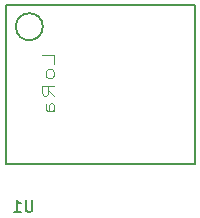
<source format=gbr>
G04 #@! TF.GenerationSoftware,KiCad,Pcbnew,5.1.7-a382d34a8~88~ubuntu18.04.1*
G04 #@! TF.CreationDate,2021-05-25T15:59:45+05:30*
G04 #@! TF.ProjectId,Gateway_v1,47617465-7761-4795-9f76-312e6b696361,rev?*
G04 #@! TF.SameCoordinates,Original*
G04 #@! TF.FileFunction,Legend,Bot*
G04 #@! TF.FilePolarity,Positive*
%FSLAX46Y46*%
G04 Gerber Fmt 4.6, Leading zero omitted, Abs format (unit mm)*
G04 Created by KiCad (PCBNEW 5.1.7-a382d34a8~88~ubuntu18.04.1) date 2021-05-25 15:59:45*
%MOMM*%
%LPD*%
G01*
G04 APERTURE LIST*
%ADD10C,0.150000*%
%ADD11C,0.125000*%
G04 APERTURE END LIST*
D10*
G04 #@! TO.C,U1*
X107601200Y-91282400D02*
X107611200Y-77882400D01*
X91611200Y-91282400D02*
X107601200Y-91282400D01*
X91611200Y-77882400D02*
X91611200Y-91282400D01*
X107611200Y-77882400D02*
X91611200Y-77882400D01*
X94751375Y-79682400D02*
G75*
G03*
X94751375Y-79682400I-1140175J0D01*
G01*
X93873244Y-94361980D02*
X93873244Y-95171504D01*
X93825625Y-95266742D01*
X93778006Y-95314361D01*
X93682768Y-95361980D01*
X93492292Y-95361980D01*
X93397054Y-95314361D01*
X93349435Y-95266742D01*
X93301816Y-95171504D01*
X93301816Y-94361980D01*
X92301816Y-95361980D02*
X92873244Y-95361980D01*
X92587530Y-95361980D02*
X92587530Y-94361980D01*
X92682768Y-94504838D01*
X92778006Y-94600076D01*
X92873244Y-94647695D01*
D11*
X95683580Y-82829542D02*
X95683580Y-82115257D01*
X94683580Y-82115257D01*
X95683580Y-83543828D02*
X95635961Y-83400971D01*
X95588342Y-83329542D01*
X95493104Y-83258114D01*
X95207390Y-83258114D01*
X95112152Y-83329542D01*
X95064533Y-83400971D01*
X95016914Y-83543828D01*
X95016914Y-83758114D01*
X95064533Y-83900971D01*
X95112152Y-83972400D01*
X95207390Y-84043828D01*
X95493104Y-84043828D01*
X95588342Y-83972400D01*
X95635961Y-83900971D01*
X95683580Y-83758114D01*
X95683580Y-83543828D01*
X95683580Y-85543828D02*
X95207390Y-85043828D01*
X95683580Y-84686685D02*
X94683580Y-84686685D01*
X94683580Y-85258114D01*
X94731200Y-85400971D01*
X94778819Y-85472400D01*
X94874057Y-85543828D01*
X95016914Y-85543828D01*
X95112152Y-85472400D01*
X95159771Y-85400971D01*
X95207390Y-85258114D01*
X95207390Y-84686685D01*
X95683580Y-86829542D02*
X95159771Y-86829542D01*
X95064533Y-86758114D01*
X95016914Y-86615257D01*
X95016914Y-86329542D01*
X95064533Y-86186685D01*
X95635961Y-86829542D02*
X95683580Y-86686685D01*
X95683580Y-86329542D01*
X95635961Y-86186685D01*
X95540723Y-86115257D01*
X95445485Y-86115257D01*
X95350247Y-86186685D01*
X95302628Y-86329542D01*
X95302628Y-86686685D01*
X95255009Y-86829542D01*
G04 #@! TD*
M02*

</source>
